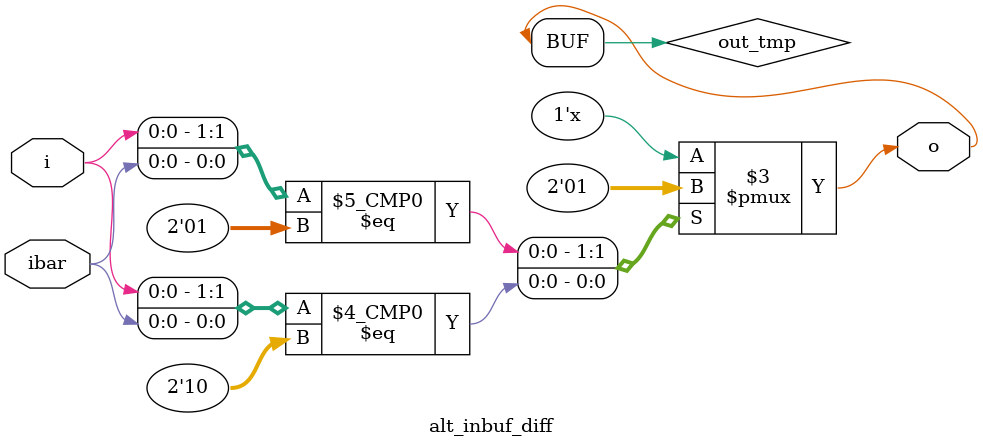
<source format=v>
module alt_inbuf_diff (i, ibar, o);
    input i;
    input ibar;
    output o;
    parameter io_standard = "NONE";
    parameter location = "NONE";
    parameter enable_bus_hold = "NONE";
    parameter weak_pull_up_resistor = "NONE"; 
    parameter termination = "NONE"; 
    parameter lpm_type = "alt_inbuf_diff";
    reg out_tmp;
    always@(i or ibar)
    begin
        casex({i,ibar})
            2'b00: out_tmp = 1'bx;
            2'b01: out_tmp = 1'b0;
            2'b10: out_tmp = 1'b1;
            2'b11: out_tmp = 1'bx;
            default: out_tmp = 1'bx;
        endcase
    end
    assign o = out_tmp; 
endmodule
</source>
